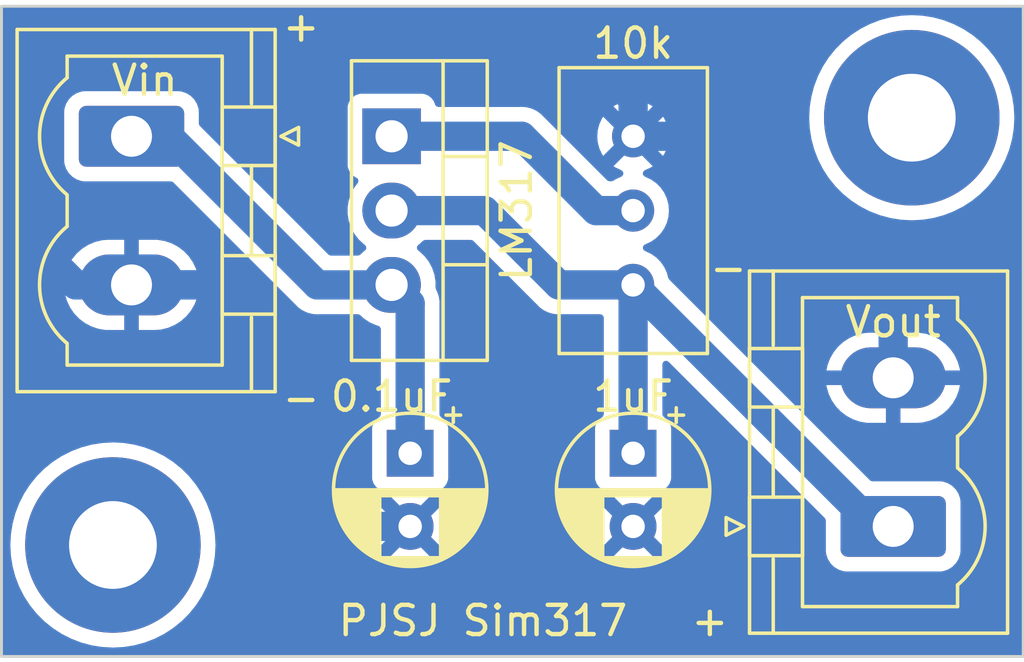
<source format=kicad_pcb>
(kicad_pcb (version 20221018) (generator pcbnew)
  (layers (0 "F.Cu" signal) (31 "B.Cu" signal) (34 "B.Paste" user) (35 "F.Paste" user) (36 "B.SilkS" user "B.Silkscreen") (37 "F.SilkS" user "F.Silkscreen") (38 "B.Mask" user) (39 "F.Mask" user) (44 "Edge.Cuts" user))
  (net 0 "")
  (net 1 "VCC")
  (net 2 "GND")
  (net 3 "/Vout")
  (net 4 "Net-(U1-ADJ)")
  (footprint "Connector_Phoenix_MSTB:PhoenixContact_MSTBVA_2,5_2-G-5,08_1x02_P5.08mm_Vertical" (layer "F.Cu") (at 137.795 97.155 -90)
    (fp_text reference "Vin" (at -1.905 -0.45 180) (layer "F.SilkS"))
    (fp_text value "Conn_01x02")
    (fp_line (start -3.65 -4.91) (end -3.65 3.91) (stroke (width 0.12)) (layer "F.SilkS"))
    (fp_line (start -3.65 -4.1) (end -1.11 -4.1) (stroke (width 0.12)) (layer "F.SilkS"))
    (fp_line (start -3.65 3.91) (end 8.73 3.91) (stroke (width 0.12)) (layer "F.SilkS"))
    (fp_line (start -2.74 -3.1) (end 7.82 -3.1) (stroke (width 0.12)) (layer "F.SilkS"))
    (fp_line (start -2.74 2.2) (end -2.74 -3.1) (stroke (width 0.12)) (layer "F.SilkS"))
    (fp_line (start -2 2.2) (end -2.74 2.2) (stroke (width 0.12)) (layer "F.SilkS"))
    (fp_line (start -1 -4.91) (end 1 -4.91) (stroke (width 0.12)) (layer "F.SilkS"))
    (fp_line (start -1 -3.1) (end -1 -4.91) (stroke (width 0.12)) (layer "F.SilkS"))
    (fp_line (start -0.3 -5.71) (end 0.3 -5.71) (stroke (width 0.12)) (layer "F.SilkS"))
    (fp_line (start 0 -5.11) (end -0.3 -5.71) (stroke (width 0.12)) (layer "F.SilkS"))
    (fp_line (start 0.3 -5.71) (end 0 -5.11) (stroke (width 0.12)) (layer "F.SilkS"))
    (fp_line (start 1 -4.91) (end 1 -3.1) (stroke (width 0.12)) (layer "F.SilkS"))
    (fp_line (start 1 -4.1) (end 4.08 -4.1) (stroke (width 0.12)) (layer "F.SilkS"))
    (fp_line (start 1 -3.1) (end -1 -3.1) (stroke (width 0.12)) (layer "F.SilkS"))
    (fp_line (start 2 2.2) (end 3.08 2.2) (stroke (width 0.12)) (layer "F.SilkS"))
    (fp_line (start 4.08 -4.91) (end 6.08 -4.91) (stroke (width 0.12)) (layer "F.SilkS"))
    (fp_line (start 4.08 -3.1) (end 4.08 -4.91) (stroke (width 0.12)) (layer "F.SilkS"))
    (fp_line (start 6.08 -4.91) (end 6.08 -3.1) (stroke (width 0.12)) (layer "F.SilkS"))
    (fp_line (start 6.08 -3.1) (end 4.08 -3.1) (stroke (width 0.12)) (layer "F.SilkS"))
    (fp_line (start 7.82 -3.1) (end 7.82 2.2) (stroke (width 0.12)) (layer "F.SilkS"))
    (fp_line (start 7.82 2.2) (end 7.08 2.2) (stroke (width 0.12)) (layer "F.SilkS"))
    (fp_line (start 8.73 -4.91) (end -3.65 -4.91) (stroke (width 0.12)) (layer "F.SilkS"))
    (fp_line (start 8.73 -4.1) (end 6.19 -4.1) (stroke (width 0.12)) (layer "F.SilkS"))
    (fp_line (start 8.73 3.91) (end 8.73 -4.91) (stroke (width 0.12)) (layer "F.SilkS"))
    (fp_arc (start 1.986842 2.215821) (mid -0.010289 3.142758) (end -2 2.2) (stroke (width 0.12)) (layer "F.SilkS"))
    (fp_arc (start 7.066842 2.215821) (mid 5.069711 3.142758) (end 3.08 2.2) (stroke (width 0.12)) (layer "F.SilkS"))
    (pad "1" thru_hole roundrect (at 0 0 270) (size 2.08 3.6) (drill 1.4) (layers "*.Cu" "*.Mask") (roundrect_rratio 0.1201918269) (net 1 "VCC"))
    (pad "2" thru_hole oval (at 5.08 0 270) (size 2.08 3.6) (drill 1.4) (layers "*.Cu" "*.Mask") (net 2 "GND"))
  )
  (footprint "Capacitor_THT:CP_Radial_D5.0mm_P2.50mm" (layer "F.Cu") (at 147.32 107.99 -90)
    (fp_text reference "0.1uF" (at -1.945 0.635 -180) (layer "F.SilkS"))
    (fp_text value "0.1 uF")
    (fp_line (start -1.554775 -1.475) (end -1.054775 -1.475) (stroke (width 0.12)) (layer "F.SilkS"))
    (fp_line (start -1.304775 -1.725) (end -1.304775 -1.225) (stroke (width 0.12)) (layer "F.SilkS"))
    (fp_line (start 1.25 -2.58) (end 1.25 2.58) (stroke (width 0.12)) (layer "F.SilkS"))
    (fp_line (start 1.29 -2.58) (end 1.29 2.58) (stroke (width 0.12)) (layer "F.SilkS"))
    (fp_line (start 1.33 -2.579) (end 1.33 2.579) (stroke (width 0.12)) (layer "F.SilkS"))
    (fp_line (start 1.37 -2.578) (end 1.37 2.578) (stroke (width 0.12)) (layer "F.SilkS"))
    (fp_line (start 1.41 -2.576) (end 1.41 2.576) (stroke (width 0.12)) (layer "F.SilkS"))
    (fp_line (start 1.45 -2.573) (end 1.45 2.573) (stroke (width 0.12)) (layer "F.SilkS"))
    (fp_line (start 1.49 -2.569) (end 1.49 -1.04) (stroke (width 0.12)) (layer "F.SilkS"))
    (fp_line (start 1.49 1.04) (end 1.49 2.569) (stroke (width 0.12)) (layer "F.SilkS"))
    (fp_line (start 1.53 -2.565) (end 1.53 -1.04) (stroke (width 0.12)) (layer "F.SilkS"))
    (fp_line (start 1.53 1.04) (end 1.53 2.565) (stroke (width 0.12)) (layer "F.SilkS"))
    (fp_line (start 1.57 -2.561) (end 1.57 -1.04) (stroke (width 0.12)) (layer "F.SilkS"))
    (fp_line (start 1.57 1.04) (end 1.57 2.561) (stroke (width 0.12)) (layer "F.SilkS"))
    (fp_line (start 1.61 -2.556) (end 1.61 -1.04) (stroke (width 0.12)) (layer "F.SilkS"))
    (fp_line (start 1.61 1.04) (end 1.61 2.556) (stroke (width 0.12)) (layer "F.SilkS"))
    (fp_line (start 1.65 -2.55) (end 1.65 -1.04) (stroke (width 0.12)) (layer "F.SilkS"))
    (fp_line (start 1.65 1.04) (end 1.65 2.55) (stroke (width 0.12)) (layer "F.SilkS"))
    (fp_line (start 1.69 -2.543) (end 1.69 -1.04) (stroke (width 0.12)) (layer "F.SilkS"))
    (fp_line (start 1.69 1.04) (end 1.69 2.543) (stroke (width 0.12)) (layer "F.SilkS"))
    (fp_line (start 1.73 -2.536) (end 1.73 -1.04) (stroke (width 0.12)) (layer "F.SilkS"))
    (fp_line (start 1.73 1.04) (end 1.73 2.536) (stroke (width 0.12)) (layer "F.SilkS"))
    (fp_line (start 1.77 -2.528) (end 1.77 -1.04) (stroke (width 0.12)) (layer "F.SilkS"))
    (fp_line (start 1.77 1.04) (end 1.77 2.528) (stroke (width 0.12)) (layer "F.SilkS"))
    (fp_line (start 1.81 -2.52) (end 1.81 -1.04) (stroke (width 0.12)) (layer "F.SilkS"))
    (fp_line (start 1.81 1.04) (end 1.81 2.52) (stroke (width 0.12)) (layer "F.SilkS"))
    (fp_line (start 1.85 -2.511) (end 1.85 -1.04) (stroke (width 0.12)) (layer "F.SilkS"))
    (fp_line (start 1.85 1.04) (end 1.85 2.511) (stroke (width 0.12)) (layer "F.SilkS"))
    (fp_line (start 1.89 -2.501) (end 1.89 -1.04) (stroke (width 0.12)) (layer "F.SilkS"))
    (fp_line (start 1.89 1.04) (end 1.89 2.501) (stroke (width 0.12)) (layer "F.SilkS"))
    (fp_line (start 1.93 -2.491) (end 1.93 -1.04) (stroke (width 0.12)) (layer "F.SilkS"))
    (fp_line (start 1.93 1.04) (end 1.93 2.491) (stroke (width 0.12)) (layer "F.SilkS"))
    (fp_line (start 1.971 -2.48) (end 1.971 -1.04) (stroke (width 0.12)) (layer "F.SilkS"))
    (fp_line (start 1.971 1.04) (end 1.971 2.48) (stroke (width 0.12)) (layer "F.SilkS"))
    (fp_line (start 2.011 -2.468) (end 2.011 -1.04) (stroke (width 0.12)) (layer "F.SilkS"))
    (fp_line (start 2.011 1.04) (end 2.011 2.468) (stroke (width 0.12)) (layer "F.SilkS"))
    (fp_line (start 2.051 -2.455) (end 2.051 -1.04) (stroke (width 0.12)) (layer "F.SilkS"))
    (fp_line (start 2.051 1.04) (end 2.051 2.455) (stroke (width 0.12)) (layer "F.SilkS"))
    (fp_line (start 2.091 -2.442) (end 2.091 -1.04) (stroke (width 0.12)) (layer "F.SilkS"))
    (fp_line (start 2.091 1.04) (end 2.091 2.442) (stroke (width 0.12)) (layer "F.SilkS"))
    (fp_line (start 2.131 -2.428) (end 2.131 -1.04) (stroke (width 0.12)) (layer "F.SilkS"))
    (fp_line (start 2.131 1.04) (end 2.131 2.428) (stroke (width 0.12)) (layer "F.SilkS"))
    (fp_line (start 2.171 -2.414) (end 2.171 -1.04) (stroke (width 0.12)) (layer "F.SilkS"))
    (fp_line (start 2.171 1.04) (end 2.171 2.414) (stroke (width 0.12)) (layer "F.SilkS"))
    (fp_line (start 2.211 -2.398) (end 2.211 -1.04) (stroke (width 0.12)) (layer "F.SilkS"))
    (fp_line (start 2.211 1.04) (end 2.211 2.398) (stroke (width 0.12)) (layer "F.SilkS"))
    (fp_line (start 2.251 -2.382) (end 2.251 -1.04) (stroke (width 0.12)) (layer "F.SilkS"))
    (fp_line (start 2.251 1.04) (end 2.251 2.382) (stroke (width 0.12)) (layer "F.SilkS"))
    (fp_line (start 2.291 -2.365) (end 2.291 -1.04) (stroke (width 0.12)) (layer "F.SilkS"))
    (fp_line (start 2.291 1.04) (end 2.291 2.365) (stroke (width 0.12)) (layer "F.SilkS"))
    (fp_line (start 2.331 -2.348) (end 2.331 -1.04) (stroke (width 0.12)) (layer "F.SilkS"))
    (fp_line (start 2.331 1.04) (end 2.331 2.348) (stroke (width 0.12)) (layer "F.SilkS"))
    (fp_line (start 2.371 -2.329) (end 2.371 -1.04) (stroke (width 0.12)) (layer "F.SilkS"))
    (fp_line (start 2.371 1.04) (end 2.371 2.329) (stroke (width 0.12)) (layer "F.SilkS"))
    (fp_line (start 2.411 -2.31) (end 2.411 -1.04) (stroke (width 0.12)) (layer "F.SilkS"))
    (fp_line (start 2.411 1.04) (end 2.411 2.31) (stroke (width 0.12)) (layer "F.SilkS"))
    (fp_line (start 2.451 -2.29) (end 2.451 -1.04) (stroke (width 0.12)) (layer "F.SilkS"))
    (fp_line (start 2.451 1.04) (end 2.451 2.29) (stroke (width 0.12)) (layer "F.SilkS"))
    (fp_line (start 2.491 -2.268) (end 2.491 -1.04) (stroke (width 0.12)) (layer "F.SilkS"))
    (fp_line (start 2.491 1.04) (end 2.491 2.268) (stroke (width 0.12)) (layer "F.SilkS"))
    (fp_line (start 2.531 -2.247) (end 2.531 -1.04) (stroke (width 0.12)) (layer "F.SilkS"))
    (fp_line (start 2.531 1.04) (end 2.531 2.247) (stroke (width 0.12)) (layer "F.SilkS"))
    (fp_line (start 2.571 -2.224) (end 2.571 -1.04) (stroke (width 0.12)) (layer "F.SilkS"))
    (fp_line (start 2.571 1.04) (end 2.571 2.224) (stroke (width 0.12)) (layer "F.SilkS"))
    (fp_line (start 2.611 -2.2) (end 2.611 -1.04) (stroke (width 0.12)) (layer "F.SilkS"))
    (fp_line (start 2.611 1.04) (end 2.611 2.2) (stroke (width 0.12)) (layer "F.SilkS"))
    (fp_line (start 2.651 -2.175) (end 2.651 -1.04) (stroke (width 0.12)) (layer "F.SilkS"))
    (fp_line (start 2.651 1.04) (end 2.651 2.175) (stroke (width 0.12)) (layer "F.SilkS"))
    (fp_line (start 2.691 -2.149) (end 2.691 -1.04) (stroke (width 0.12)) (layer "F.SilkS"))
    (fp_line (start 2.691 1.04) (end 2.691 2.149) (stroke (width 0.12)) (layer "F.SilkS"))
    (fp_line (start 2.731 -2.122) (end 2.731 -1.04) (stroke (width 0.12)) (layer "F.SilkS"))
    (fp_line (start 2.731 1.04) (end 2.731 2.122) (stroke (width 0.12)) (layer "F.SilkS"))
    (fp_line (start 2.771 -2.095) (end 2.771 -1.04) (stroke (width 0.12)) (layer "F.SilkS"))
    (fp_line (start 2.771 1.04) (end 2.771 2.095) (stroke (width 0.12)) (layer "F.SilkS"))
    (fp_line (start 2.811 -2.065) (end 2.811 -1.04) (stroke (width 0.12)) (layer "F.SilkS"))
    (fp_line (start 2.811 1.04) (end 2.811 2.065) (stroke (width 0.12)) (layer "F.SilkS"))
    (fp_line (start 2.851 -2.035) (end 2.851 -1.04) (stroke (width 0.12)) (layer "F.SilkS"))
    (fp_line (start 2.851 1.04) (end 2.851 2.035) (stroke (width 0.12)) (layer "F.SilkS"))
    (fp_line (start 2.891 -2.004) (end 2.891 -1.04) (stroke (width 0.12)) (layer "F.SilkS"))
    (fp_line (start 2.891 1.04) (end 2.891 2.004) (stroke (width 0.12)) (layer "F.SilkS"))
    (fp_line (start 2.931 -1.971) (end 2.931 -1.04) (stroke (width 0.12)) (layer "F.SilkS"))
    (fp_line (start 2.931 1.04) (end 2.931 1.971) (stroke (width 0.12)) (layer "F.SilkS"))
    (fp_line (start 2.971 -1.937) (end 2.971 -1.04) (stroke (width 0.12)) (layer "F.SilkS"))
    (fp_line (start 2.971 1.04) (end 2.971 1.937) (stroke (width 0.12)) (layer "F.SilkS"))
    (fp_line (start 3.011 -1.901) (end 3.011 -1.04) (stroke (width 0.12)) (layer "F.SilkS"))
    (fp_line (start 3.011 1.04) (end 3.011 1.901) (stroke (width 0.12)) (layer "F.SilkS"))
    (fp_line (start 3.051 -1.864) (end 3.051 -1.04) (stroke (width 0.12)) (layer "F.SilkS"))
    (fp_line (start 3.051 1.04) (end 3.051 1.864) (stroke (width 0.12)) (layer "F.SilkS"))
    (fp_line (start 3.091 -1.826) (end 3.091 -1.04) (stroke (width 0.12)) (layer "F.SilkS"))
    (fp_line (start 3.091 1.04) (end 3.091 1.826) (stroke (width 0.12)) (layer "F.SilkS"))
    (fp_line (start 3.131 -1.785) (end 3.131 -1.04) (stroke (width 0.12)) (layer "F.SilkS"))
    (fp_line (start 3.131 1.04) (end 3.131 1.785) (stroke (width 0.12)) (layer "F.SilkS"))
    (fp_line (start 3.171 -1.743) (end 3.171 -1.04) (stroke (width 0.12)) (layer "F.SilkS"))
    (fp_line (start 3.171 1.04) (end 3.171 1.743) (stroke (width 0.12)) (layer "F.SilkS"))
    (fp_line (start 3.211 -1.699) (end 3.211 -1.04) (stroke (width 0.12)) (layer "F.SilkS"))
    (fp_line (start 3.211 1.04) (end 3.211 1.699) (stroke (width 0.12)) (layer "F.SilkS"))
    (fp_line (start 3.251 -1.653) (end 3.251 -1.04) (stroke (width 0.12)) (layer "F.SilkS"))
    (fp_line (start 3.251 1.04) (end 3.251 1.653) (stroke (width 0.12)) (layer "F.SilkS"))
    (fp_line (start 3.291 -1.605) (end 3.291 -1.04) (stroke (width 0.12)) (layer "F.SilkS"))
    (fp_line (start 3.291 1.04) (end 3.291 1.605) (stroke (width 0.12)) (layer "F.SilkS"))
    (fp_line (start 3.331 -1.554) (end 3.331 -1.04) (stroke (width 0.12)) (layer "F.SilkS"))
    (fp_line (start 3.331 1.04) (end 3.331 1.554) (stroke (width 0.12)) (layer "F.SilkS"))
    (fp_line (start 3.371 -1.5) (end 3.371 -1.04) (stroke (width 0.12)) (layer "F.SilkS"))
    (fp_line (start 3.371 1.04) (end 3.371 1.5) (stroke (width 0.12)) (layer "F.SilkS"))
    (fp_line (start 3.411 -1.443) (end 3.411 -1.04) (stroke (width 0.12)) (layer "F.SilkS"))
    (fp_line (start 3.411 1.04) (end 3.411 1.443) (stroke (width 0.12)) (layer "F.SilkS"))
    (fp_line (start 3.451 -1.383) (end 3.451 -1.04) (stroke (width 0.12)) (layer "F.SilkS"))
    (fp_line (start 3.451 1.04) (end 3.451 1.383) (stroke (width 0.12)) (layer "F.SilkS"))
    (fp_line (start 3.491 -1.319) (end 3.491 -1.04) (stroke (width 0.12)) (layer "F.SilkS"))
    (fp_line (start 3.491 1.04) (end 3.491 1.319) (stroke (width 0.12)) (layer "F.SilkS"))
    (fp_line (start 3.531 -1.251) (end 3.531 -1.04) (stroke (width 0.12)) (layer "F.SilkS"))
    (fp_line (start 3.531 1.04) (end 3.531 1.251) (stroke (width 0.12)) (layer "F.SilkS"))
    (fp_line (start 3.571 -1.178) (end 3.571 1.178) (stroke (width 0.12)) (layer "F.SilkS"))
    (fp_line (start 3.611 -1.098) (end 3.611 1.098) (stroke (width 0.12)) (layer "F.SilkS"))
    (fp_line (start 3.651 -1.011) (end 3.651 1.011) (stroke (width 0.12)) (layer "F.SilkS"))
    (fp_line (start 3.691 -0.915) (end 3.691 0.915) (stroke (width 0.12)) (layer "F.SilkS"))
    (fp_line (start 3.731 -0.805) (end 3.731 0.805) (stroke (width 0.12)) (layer "F.SilkS"))
    (fp_line (start 3.771 -0.677) (end 3.771 0.677) (stroke (width 0.12)) (layer "F.SilkS"))
    (fp_line (start 3.811 -0.518) (end 3.811 0.518) (stroke (width 0.12)) (layer "F.SilkS"))
    (fp_line (start 3.851 -0.284) (end 3.851 0.284) (stroke (width 0.12)) (layer "F.SilkS"))
    (fp_circle (center 1.25 0) (end 3.87 0) (stroke (width 0.12)) (fill none) (layer "F.SilkS"))
    (pad "1" thru_hole rect (at 0 0 270) (size 1.6 1.6) (drill 0.8) (layers "*.Cu" "*.Mask") (net 1 "VCC"))
    (pad "2" thru_hole circle (at 2.5 0 270) (size 1.6 1.6) (drill 0.8) (layers "*.Cu" "*.Mask") (net 2 "GND"))
  )
  (footprint "MountingHole:MountingHole_3mm_Pad" (layer "F.Cu") (at 164.465 96.52)
    (fp_text reference " " (at -3.81 -3.175) (layer "F.SilkS"))
    (fp_text value " ")
    (pad "1" thru_hole circle (at 0 0) (size 6 6) (drill 3) (layers "*.Cu" "*.Mask"))
  )
  (footprint "Capacitor_THT:CP_Radial_D5.0mm_P2.50mm" (layer "F.Cu") (at 154.94 107.99 -90)
    (fp_text reference "1uF" (at -1.945 0 -180) (layer "F.SilkS"))
    (fp_text value "1 uF")
    (fp_line (start -1.554775 -1.475) (end -1.054775 -1.475) (stroke (width 0.12)) (layer "F.SilkS"))
    (fp_line (start -1.304775 -1.725) (end -1.304775 -1.225) (stroke (width 0.12)) (layer "F.SilkS"))
    (fp_line (start 1.25 -2.58) (end 1.25 2.58) (stroke (width 0.12)) (layer "F.SilkS"))
    (fp_line (start 1.29 -2.58) (end 1.29 2.58) (stroke (width 0.12)) (layer "F.SilkS"))
    (fp_line (start 1.33 -2.579) (end 1.33 2.579) (stroke (width 0.12)) (layer "F.SilkS"))
    (fp_line (start 1.37 -2.578) (end 1.37 2.578) (stroke (width 0.12)) (layer "F.SilkS"))
    (fp_line (start 1.41 -2.576) (end 1.41 2.576) (stroke (width 0.12)) (layer "F.SilkS"))
    (fp_line (start 1.45 -2.573) (end 1.45 2.573) (stroke (width 0.12)) (layer "F.SilkS"))
    (fp_line (start 1.49 -2.569) (end 1.49 -1.04) (stroke (width 0.12)) (layer "F.SilkS"))
    (fp_line (start 1.49 1.04) (end 1.49 2.569) (stroke (width 0.12)) (layer "F.SilkS"))
    (fp_line (start 1.53 -2.565) (end 1.53 -1.04) (stroke (width 0.12)) (layer "F.SilkS"))
    (fp_line (start 1.53 1.04) (end 1.53 2.565) (stroke (width 0.12)) (layer "F.SilkS"))
    (fp_line (start 1.57 -2.561) (end 1.57 -1.04) (stroke (width 0.12)) (layer "F.SilkS"))
    (fp_line (start 1.57 1.04) (end 1.57 2.561) (stroke (width 0.12)) (layer "F.SilkS"))
    (fp_line (start 1.61 -2.556) (end 1.61 -1.04) (stroke (width 0.12)) (layer "F.SilkS"))
    (fp_line (start 1.61 1.04) (end 1.61 2.556) (stroke (width 0.12)) (layer "F.SilkS"))
    (fp_line (start 1.65 -2.55) (end 1.65 -1.04) (stroke (width 0.12)) (layer "F.SilkS"))
    (fp_line (start 1.65 1.04) (end 1.65 2.55) (stroke (width 0.12)) (layer "F.SilkS"))
    (fp_line (start 1.69 -2.543) (end 1.69 -1.04) (stroke (width 0.12)) (layer "F.SilkS"))
    (fp_line (start 1.69 1.04) (end 1.69 2.543) (stroke (width 0.12)) (layer "F.SilkS"))
    (fp_line (start 1.73 -2.536) (end 1.73 -1.04) (stroke (width 0.12)) (layer "F.SilkS"))
    (fp_line (start 1.73 1.04) (end 1.73 2.536) (stroke (width 0.12)) (layer "F.SilkS"))
    (fp_line (start 1.77 -2.528) (end 1.77 -1.04) (stroke (width 0.12)) (layer "F.SilkS"))
    (fp_line (start 1.77 1.04) (end 1.77 2.528) (stroke (width 0.12)) (layer "F.SilkS"))
    (fp_line (start 1.81 -2.52) (end 1.81 -1.04) (stroke (width 0.12)) (layer "F.SilkS"))
    (fp_line (start 1.81 1.04) (end 1.81 2.52) (stroke (width 0.12)) (layer "F.SilkS"))
    (fp_line (start 1.85 -2.511) (end 1.85 -1.04) (stroke (width 0.12)) (layer "F.SilkS"))
    (fp_line (start 1.85 1.04) (end 1.85 2.511) (stroke (width 0.12)) (layer "F.SilkS"))
    (fp_line (start 1.89 -2.501) (end 1.89 -1.04) (stroke (width 0.12)) (layer "F.SilkS"))
    (fp_line (start 1.89 1.04) (end 1.89 2.501) (stroke (width 0.12)) (layer "F.SilkS"))
    (fp_line (start 1.93 -2.491) (end 1.93 -1.04) (stroke (width 0.12)) (layer "F.SilkS"))
    (fp_line (start 1.93 1.04) (end 1.93 2.491) (stroke (width 0.12)) (layer "F.SilkS"))
    (fp_line (start 1.971 -2.48) (end 1.971 -1.04) (stroke (width 0.12)) (layer "F.SilkS"))
    (fp_line (start 1.971 1.04) (end 1.971 2.48) (stroke (width 0.12)) (layer "F.SilkS"))
    (fp_line (start 2.011 -2.468) (end 2.011 -1.04) (stroke (width 0.12)) (layer "F.SilkS"))
    (fp_line (start 2.011 1.04) (end 2.011 2.468) (stroke (width 0.12)) (layer "F.SilkS"))
    (fp_line (start 2.051 -2.455) (end 2.051 -1.04) (stroke (width 0.12)) (layer "F.SilkS"))
    (fp_line (start 2.051 1.04) (end 2.051 2.455) (stroke (width 0.12)) (layer "F.SilkS"))
    (fp_line (start 2.091 -2.442) (end 2.091 -1.04) (stroke (width 0.12)) (layer "F.SilkS"))
    (fp_line (start 2.091 1.04) (end 2.091 2.442) (stroke (width 0.12)) (layer "F.SilkS"))
    (fp_line (start 2.131 -2.428) (end 2.131 -1.04) (stroke (width 0.12)) (layer "F.SilkS"))
    (fp_line (start 2.131 1.04) (end 2.131 2.428) (stroke (width 0.12)) (layer "F.SilkS"))
    (fp_line (start 2.171 -2.414) (end 2.171 -1.04) (stroke (width 0.12)) (layer "F.SilkS"))
    (fp_line (start 2.171 1.04) (end 2.171 2.414) (stroke (width 0.12)) (layer "F.SilkS"))
    (fp_line (start 2.211 -2.398) (end 2.211 -1.04) (stroke (width 0.12)) (layer "F.SilkS"))
    (fp_line (start 2.211 1.04) (end 2.211 2.398) (stroke (width 0.12)) (layer "F.SilkS"))
    (fp_line (start 2.251 -2.382) (end 2.251 -1.04) (stroke (width 0.12)) (layer "F.SilkS"))
    (fp_line (start 2.251 1.04) (end 2.251 2.382) (stroke (width 0.12)) (layer "F.SilkS"))
    (fp_line (start 2.291 -2.365) (end 2.291 -1.04) (stroke (width 0.12)) (layer "F.SilkS"))
    (fp_line (start 2.291 1.04) (end 2.291 2.365) (stroke (width 0.12)) (layer "F.SilkS"))
    (fp_line (start 2.331 -2.348) (end 2.331 -1.04) (stroke (width 0.12)) (layer "F.SilkS"))
    (fp_line (start 2.331 1.04) (end 2.331 2.348) (stroke (width 0.12)) (layer "F.SilkS"))
    (fp_line (start 2.371 -2.329) (end 2.371 -1.04) (stroke (width 0.12)) (layer "F.SilkS"))
    (fp_line (start 2.371 1.04) (end 2.371 2.329) (stroke (width 0.12)) (layer "F.SilkS"))
    (fp_line (start 2.411 -2.31) (end 2.411 -1.04) (stroke (width 0.12)) (layer "F.SilkS"))
    (fp_line (start 2.411 1.04) (end 2.411 2.31) (stroke (width 0.12)) (layer "F.SilkS"))
    (fp_line (start 2.451 -2.29) (end 2.451 -1.04) (stroke (width 0.12)) (layer "F.SilkS"))
    (fp_line (start 2.451 1.04) (end 2.451 2.29) (stroke (width 0.12)) (layer "F.SilkS"))
    (fp_line (start 2.491 -2.268) (end 2.491 -1.04) (stroke (width 0.12)) (layer "F.SilkS"))
    (fp_line (start 2.491 1.04) (end 2.491 2.268) (stroke (width 0.12)) (layer "F.SilkS"))
    (fp_line (start 2.531 -2.247) (end 2.531 -1.04) (stroke (width 0.12)) (layer "F.SilkS"))
    (fp_line (start 2.531 1.04) (end 2.531 2.247) (stroke (width 0.12)) (layer "F.SilkS"))
    (fp_line (start 2.571 -2.224) (end 2.571 -1.04) (stroke (width 0.12)) (layer "F.SilkS"))
    (fp_line (start 2.571 1.04) (end 2.571 2.224) (stroke (width 0.12)) (layer "F.SilkS"))
    (fp_line (start 2.611 -2.2) (end 2.611 -1.04) (stroke (width 0.12)) (layer "F.SilkS"))
    (fp_line (start 2.611 1.04) (end 2.611 2.2) (stroke (width 0.12)) (layer "F.SilkS"))
    (fp_line (start 2.651 -2.175) (end 2.651 -1.04) (stroke (width 0.12)) (layer "F.SilkS"))
    (fp_line (start 2.651 1.04) (end 2.651 2.175) (stroke (width 0.12)) (layer "F.SilkS"))
    (fp_line (start 2.691 -2.149) (end 2.691 -1.04) (stroke (width 0.12)) (layer "F.SilkS"))
    (fp_line (start 2.691 1.04) (end 2.691 2.149) (stroke (width 0.12)) (layer "F.SilkS"))
    (fp_line (start 2.731 -2.122) (end 2.731 -1.04) (stroke (width 0.12)) (layer "F.SilkS"))
    (fp_line (start 2.731 1.04) (end 2.731 2.122) (stroke (width 0.12)) (layer "F.SilkS"))
    (fp_line (start 2.771 -2.095) (end 2.771 -1.04) (stroke (width 0.12)) (layer "F.SilkS"))
    (fp_line (start 2.771 1.04) (end 2.771 2.095) (stroke (width 0.12)) (layer "F.SilkS"))
    (fp_line (start 2.811 -2.065) (end 2.811 -1.04) (stroke (width 0.12)) (layer "F.SilkS"))
    (fp_line (start 2.811 1.04) (end 2.811 2.065) (stroke (width 0.12)) (layer "F.SilkS"))
    (fp_line (start 2.851 -2.035) (end 2.851 -1.04) (stroke (width 0.12)) (layer "F.SilkS"))
    (fp_line (start 2.851 1.04) (end 2.851 2.035) (stroke (width 0.12)) (layer "F.SilkS"))
    (fp_line (start 2.891 -2.004) (end 2.891 -1.04) (stroke (width 0.12)) (layer "F.SilkS"))
    (fp_line (start 2.891 1.04) (end 2.891 2.004) (stroke (width 0.12)) (layer "F.SilkS"))
    (fp_line (start 2.931 -1.971) (end 2.931 -1.04) (stroke (width 0.12)) (layer "F.SilkS"))
    (fp_line (start 2.931 1.04) (end 2.931 1.971) (stroke (width 0.12)) (layer "F.SilkS"))
    (fp_line (start 2.971 -1.937) (end 2.971 -1.04) (stroke (width 0.12)) (layer "F.SilkS"))
    (fp_line (start 2.971 1.04) (end 2.971 1.937) (stroke (width 0.12)) (layer "F.SilkS"))
    (fp_line (start 3.011 -1.901) (end 3.011 -1.04) (stroke (width 0.12)) (layer "F.SilkS"))
    (fp_line (start 3.011 1.04) (end 3.011 1.901) (stroke (width 0.12)) (layer "F.SilkS"))
    (fp_line (start 3.051 -1.864) (end 3.051 -1.04) (stroke (width 0.12)) (layer "F.SilkS"))
    (fp_line (start 3.051 1.04) (end 3.051 1.864) (stroke (width 0.12)) (layer "F.SilkS"))
    (fp_line (start 3.091 -1.826) (end 3.091 -1.04) (stroke (width 0.12)) (layer "F.SilkS"))
    (fp_line (start 3.091 1.04) (end 3.091 1.826) (stroke (width 0.12)) (layer "F.SilkS"))
    (fp_line (start 3.131 -1.785) (end 3.131 -1.04) (stroke (width 0.12)) (layer "F.SilkS"))
    (fp_line (start 3.131 1.04) (end 3.131 1.785) (stroke (width 0.12)) (layer "F.SilkS"))
    (fp_line (start 3.171 -1.743) (end 3.171 -1.04) (stroke (width 0.12)) (layer "F.SilkS"))
    (fp_line (start 3.171 1.04) (end 3.171 1.743) (stroke (width 0.12)) (layer "F.SilkS"))
    (fp_line (start 3.211 -1.699) (end 3.211 -1.04) (stroke (width 0.12)) (layer "F.SilkS"))
    (fp_line (start 3.211 1.04) (end 3.211 1.699) (stroke (width 0.12)) (layer "F.SilkS"))
    (fp_line (start 3.251 -1.653) (end 3.251 -1.04) (stroke (width 0.12)) (layer "F.SilkS"))
    (fp_line (start 3.251 1.04) (end 3.251 1.653) (stroke (width 0.12)) (layer "F.SilkS"))
    (fp_line (start 3.291 -1.605) (end 3.291 -1.04) (stroke (width 0.12)) (layer "F.SilkS"))
    (fp_line (start 3.291 1.04) (end 3.291 1.605) (stroke (width 0.12)) (layer "F.SilkS"))
    (fp_line (start 3.331 -1.554) (end 3.331 -1.04) (stroke (width 0.12)) (layer "F.SilkS"))
    (fp_line (start 3.331 1.04) (end 3.331 1.554) (stroke (width 0.12)) (layer "F.SilkS"))
    (fp_line (start 3.371 -1.5) (end 3.371 -1.04) (stroke (width 0.12)) (layer "F.SilkS"))
    (fp_line (start 3.371 1.04) (end 3.371 1.5) (stroke (width 0.12)) (layer "F.SilkS"))
    (fp_line (start 3.411 -1.443) (end 3.411 -1.04) (stroke (width 0.12)) (layer "F.SilkS"))
    (fp_line (start 3.411 1.04) (end 3.411 1.443) (stroke (width 0.12)) (layer "F.SilkS"))
    (fp_line (start 3.451 -1.383) (end 3.451 -1.04) (stroke (width 0.12)) (layer "F.SilkS"))
    (fp_line (start 3.451 1.04) (end 3.451 1.383) (stroke (width 0.12)) (layer "F.SilkS"))
    (fp_line (start 3.491 -1.319) (end 3.491 -1.04) (stroke (width 0.12)) (layer "F.SilkS"))
    (fp_line (start 3.491 1.04) (end 3.491 1.319) (stroke (width 0.12)) (layer "F.SilkS"))
    (fp_line (start 3.531 -1.251) (end 3.531 -1.04) (stroke (width 0.12)) (layer "F.SilkS"))
    (fp_line (start 3.531 1.04) (end 3.531 1.251) (stroke (width 0.12)) (layer "F.SilkS"))
    (fp_line (start 3.571 -1.178) (end 3.571 1.178) (stroke (width 0.12)) (layer "F.SilkS"))
    (fp_line (start 3.611 -1.098) (end 3.611 1.098) (stroke (width 0.12)) (layer "F.SilkS"))
    (fp_line (start 3.651 -1.011) (end 3.651 1.011) (stroke (width 0.12)) (layer "F.SilkS"))
    (fp_line (start 3.691 -0.915) (end 3.691 0.915) (stroke (width 0.12)) (layer "F.SilkS"))
    (fp_line (start 3.731 -0.805) (end 3.731 0.805) (stroke (width 0.12)) (layer "F.SilkS"))
    (fp_line (start 3.771 -0.677) (end 3.771 0.677) (stroke (width 0.12)) (layer "F.SilkS"))
    (fp_line (start 3.811 -0.518) (end 3.811 0.518) (stroke (width 0.12)) (layer "F.SilkS"))
    (fp_line (start 3.851 -0.284) (end 3.851 0.284) (stroke (width 0.12)) (layer "F.SilkS"))
    (fp_circle (center 1.25 0) (end 3.87 0) (stroke (width 0.12)) (fill none) (layer "F.SilkS"))
    (pad "1" thru_hole rect (at 0 0 270) (size 1.6 1.6) (drill 0.8) (layers "*.Cu" "*.Mask") (net 3 "/Vout"))
    (pad "2" thru_hole circle (at 2.5 0 270) (size 1.6 1.6) (drill 0.8) (layers "*.Cu" "*.Mask") (net 2 "GND"))
  )
  (footprint "Package_TO_SOT_THT:TO-220-3_Vertical" (layer "F.Cu") (at 146.685 97.155 -90)
    (fp_text reference "LM317" (at 2.54 -4.27 90) (layer "F.SilkS"))
    (fp_text value "LM317_TO-220")
    (fp_line (start -2.58 -3.27) (end -2.58 1.371) (stroke (width 0.12)) (layer "F.SilkS"))
    (fp_line (start -2.58 -3.27) (end 7.66 -3.27) (stroke (width 0.12)) (layer "F.SilkS"))
    (fp_line (start -2.58 -1.76) (end 7.66 -1.76) (stroke (width 0.12)) (layer "F.SilkS"))
    (fp_line (start -2.58 1.371) (end 7.66 1.371) (stroke (width 0.12)) (layer "F.SilkS"))
    (fp_line (start 0.69 -3.27) (end 0.69 -1.76) (stroke (width 0.12)) (layer "F.SilkS"))
    (fp_line (start 4.391 -3.27) (end 4.391 -1.76) (stroke (width 0.12)) (layer "F.SilkS"))
    (fp_line (start 7.66 -3.27) (end 7.66 1.371) (stroke (width 0.12)) (layer "F.SilkS"))
    (pad "1" thru_hole rect (at 0 0 270) (size 1.905 2) (drill 1.1) (layers "*.Cu" "*.Mask") (net 4 "Net-(U1-ADJ)"))
    (pad "2" thru_hole oval (at 2.54 0 270) (size 1.905 2) (drill 1.1) (layers "*.Cu" "*.Mask") (net 3 "/Vout"))
    (pad "3" thru_hole oval (at 5.08 0 270) (size 1.905 2) (drill 1.1) (layers "*.Cu" "*.Mask") (net 1 "VCC"))
  )
  (footprint "Connector_Phoenix_MSTB:PhoenixContact_MSTBVA_2,5_2-G-5,08_1x02_P5.08mm_Vertical" (layer "F.Cu") (at 163.83 110.49 90)
    (fp_text reference "Vout" (at 6.985 0 180) (layer "F.SilkS"))
    (fp_text value "Conn_01x02")
    (fp_line (start -3.65 -4.91) (end -3.65 3.91) (stroke (width 0.12)) (layer "F.SilkS"))
    (fp_line (start -3.65 -4.1) (end -1.11 -4.1) (stroke (width 0.12)) (layer "F.SilkS"))
    (fp_line (start -3.65 3.91) (end 8.73 3.91) (stroke (width 0.12)) (layer "F.SilkS"))
    (fp_line (start -2.74 -3.1) (end 7.82 -3.1) (stroke (width 0.12)) (layer "F.SilkS"))
    (fp_line (start -2.74 2.2) (end -2.74 -3.1) (stroke (width 0.12)) (layer "F.SilkS"))
    (fp_line (start -2 2.2) (end -2.74 2.2) (stroke (width 0.12)) (layer "F.SilkS"))
    (fp_line (start -1 -4.91) (end 1 -4.91) (stroke (width 0.12)) (layer "F.SilkS"))
    (fp_line (start -1 -3.1) (end -1 -4.91) (stroke (width 0.12)) (layer "F.SilkS"))
    (fp_line (start -0.3 -5.71) (end 0.3 -5.71) (stroke (width 0.12)) (layer "F.SilkS"))
    (fp_line (start 0 -5.11) (end -0.3 -5.71) (stroke (width 0.12)) (layer "F.SilkS"))
    (fp_line (start 0.3 -5.71) (end 0 -5.11) (stroke (width 0.12)) (layer "F.SilkS"))
    (fp_line (start 1 -4.91) (end 1 -3.1) (stroke (width 0.12)) (layer "F.SilkS"))
    (fp_line (start 1 -4.1) (end 4.08 -4.1) (stroke (width 0.12)) (layer "F.SilkS"))
    (fp_line (start 1 -3.1) (end -1 -3.1) (stroke (width 0.12)) (layer "F.SilkS"))
    (fp_line (start 2 2.2) (end 3.08 2.2) (stroke (width 0.12)) (layer "F.SilkS"))
    (fp_line (start 4.08 -4.91) (end 6.08 -4.91) (stroke (width 0.12)) (layer "F.SilkS"))
    (fp_line (start 4.08 -3.1) (end 4.08 -4.91) (stroke (width 0.12)) (layer "F.SilkS"))
    (fp_line (start 6.08 -4.91) (end 6.08 -3.1) (stroke (width 0.12)) (layer "F.SilkS"))
    (fp_line (start 6.08 -3.1) (end 4.08 -3.1) (stroke (width 0.12)) (layer "F.SilkS"))
    (fp_line (start 7.82 -3.1) (end 7.82 2.2) (stroke (width 0.12)) (layer "F.SilkS"))
    (fp_line (start 7.82 2.2) (end 7.08 2.2) (stroke (width 0.12)) (layer "F.SilkS"))
    (fp_line (start 8.73 -4.91) (end -3.65 -4.91) (stroke (width 0.12)) (layer "F.SilkS"))
    (fp_line (start 8.73 -4.1) (end 6.19 -4.1) (stroke (width 0.12)) (layer "F.SilkS"))
    (fp_line (start 8.73 3.91) (end 8.73 -4.91) (stroke (width 0.12)) (layer "F.SilkS"))
    (fp_arc (start 1.986842 2.215821) (mid -0.010289 3.142758) (end -2 2.2) (stroke (width 0.12)) (layer "F.SilkS"))
    (fp_arc (start 7.066842 2.215821) (mid 5.069711 3.142758) (end 3.08 2.2) (stroke (width 0.12)) (layer "F.SilkS"))
    (pad "1" thru_hole roundrect (at 0 0 90) (size 2.08 3.6) (drill 1.4) (layers "*.Cu" "*.Mask") (roundrect_rratio 0.1201918269) (net 3 "/Vout"))
    (pad "2" thru_hole oval (at 5.08 0 90) (size 2.08 3.6) (drill 1.4) (layers "*.Cu" "*.Mask") (net 2 "GND"))
  )
  (footprint "MountingHole:MountingHole_3mm_Pad" (layer "F.Cu") (at 137.16 111.125)
    (fp_text reference " " (at 0 -4) (layer "F.SilkS"))
    (fp_text value " ")
    (pad "1" thru_hole circle (at 0 0) (size 6 6) (drill 3) (layers "*.Cu" "*.Mask"))
  )
  (footprint "Potentiometer_THT:Potentiometer_Bourns_3296W_Vertical" (layer "F.Cu") (at 154.94 97.155 90)
    (fp_text reference "10k" (at 3.175 0) (layer "F.SilkS"))
    (fp_text value "10k")
    (fp_line (start -7.425 -2.53) (end -7.425 2.54) (stroke (width 0.12)) (layer "F.SilkS"))
    (fp_line (start -7.425 -2.53) (end 2.345 -2.53) (stroke (width 0.12)) (layer "F.SilkS"))
    (fp_line (start -7.425 2.54) (end 2.345 2.54) (stroke (width 0.12)) (layer "F.SilkS"))
    (fp_line (start 2.345 -2.53) (end 2.345 2.54) (stroke (width 0.12)) (layer "F.SilkS"))
    (pad "1" thru_hole circle (at 0 0 90) (size 1.44 1.44) (drill 0.8) (layers "*.Cu" "*.Mask") (net 2 "GND"))
    (pad "2" thru_hole circle (at -2.54 0 90) (size 1.44 1.44) (drill 0.8) (layers "*.Cu" "*.Mask") (net 4 "Net-(U1-ADJ)"))
    (pad "3" thru_hole circle (at -5.08 0 90) (size 1.44 1.44) (drill 0.8) (layers "*.Cu" "*.Mask") (net 3 "/Vout"))
  )
  (gr_rect (start 133.35 92.71) (end 168.275 114.935) (stroke (width 0.1)) (fill none) (layer "Edge.Cuts"))
  (gr_text "+" (at 156.845 114.3) (layer "F.SilkS") (effects (font (size 1 1)) (justify left bottom)))
  (gr_text "+" (at 142.875 93.98) (layer "F.SilkS") (effects (font (size 1 1)) (justify left bottom)))
  (gr_text "PJSJ Sim317" (at 144.78 114.3) (layer "F.SilkS") (effects (font (size 1 1)) (justify left bottom)))
  (gr_text "-" (at 142.875 106.68) (layer "F.SilkS") (effects (font (size 1 1)) (justify left bottom)))
  (gr_text "-" (at 157.48 102.235) (layer "F.SilkS") (effects (font (size 1 1)) (justify left bottom)))
  (segment (start 139.065 97.155) (end 137.795 97.155) (width 1) (layer "B.Cu") (net 1))
  (segment (start 144.145 102.235) (end 139.065 97.155) (width 1) (layer "B.Cu") (net 1))
  (segment (start 147.32 102.87) (end 146.685 102.235) (width 1) (layer "B.Cu") (net 1))
  (segment (start 147.32 107.99) (end 147.32 102.87) (width 1) (layer "B.Cu") (net 1))
  (segment (start 144.145 102.235) (end 146.685 102.235) (width 1) (layer "B.Cu") (net 1))
  (segment (start 134.62 95.885) (end 136.525 93.98) (width 1) (layer "B.Cu") (net 2))
  (segment (start 140.335 102.235) (end 138.9775 102.235) (width 1) (layer "B.Cu") (net 2))
  (segment (start 138.43 102.235) (end 140.335 102.235) (width 1) (layer "B.Cu") (net 2))
  (segment (start 144.145 109.22) (end 144.145 106.045) (width 1) (layer "B.Cu") (net 2))
  (segment (start 134.62 100.965) (end 134.62 95.885) (width 1) (layer "B.Cu") (net 2))
  (segment (start 154.94 97.155) (end 158.115 97.155) (width 1) (layer "B.Cu") (net 2))
  (segment (start 138.9775 102.235) (end 137.795 102.235) (width 1) (layer "B.Cu") (net 2))
  (segment (start 154.94 95.885) (end 154.94 97.155) (width 1) (layer "B.Cu") (net 2))
  (segment (start 147.32 110.49) (end 145.415 110.49) (width 1) (layer "B.Cu") (net 2))
  (segment (start 163.83 102.87) (end 163.83 105.41) (width 1) (layer "B.Cu") (net 2))
  (segment (start 135.89 102.235) (end 134.62 100.965) (width 1) (layer "B.Cu") (net 2))
  (segment (start 144.145 106.045) (end 140.335 102.235) (width 1) (layer "B.Cu") (net 2))
  (segment (start 137.795 102.235) (end 135.89 102.235) (width 1) (layer "B.Cu") (net 2))
  (segment (start 136.525 93.98) (end 153.035 93.98) (width 1) (layer "B.Cu") (net 2))
  (segment (start 158.115 97.155) (end 163.83 102.87) (width 1) (layer "B.Cu") (net 2))
  (segment (start 145.415 110.49) (end 144.145 109.22) (width 1) (layer "B.Cu") (net 2))
  (segment (start 153.035 93.98) (end 154.94 95.885) (width 1) (layer "B.Cu") (net 2))
  (segment (start 154.94 102.235) (end 163.195 110.49) (width 1) (layer "B.Cu") (net 3))
  (segment (start 149.86 99.695) (end 146.685 99.695) (width 1) (layer "B.Cu") (net 3))
  (segment (start 152.4 102.235) (end 154.94 102.235) (width 1) (layer "B.Cu") (net 3))
  (segment (start 163.195 110.49) (end 163.83 110.49) (width 1) (layer "B.Cu") (net 3))
  (segment (start 154.94 102.235) (end 154.94 107.99) (width 1) (layer "B.Cu") (net 3))
  (segment (start 149.86 99.695) (end 152.4 102.235) (width 1) (layer "B.Cu") (net 3))
  (segment (start 151.13 97.155) (end 153.67 99.695) (width 1) (layer "B.Cu") (net 4))
  (segment (start 151.13 97.155) (end 146.685 97.155) (width 1) (layer "B.Cu") (net 4))
  (segment (start 153.67 99.695) (end 154.94 99.695) (width 1) (layer "B.Cu") (net 4))
  (zone (net 2) (net_name "GND") (layer "B.Cu") (connect_pads (clearance 0.5)) (min_thickness 0.25) (fill yes (thermal_gap 0.5) (thermal_bridge_width 0.5))
    (polygon (pts (xy 168.275 114.935) (xy 168.275 92.71) (xy 133.35 92.71) (xy 133.35 114.935)))
  )
)
</source>
